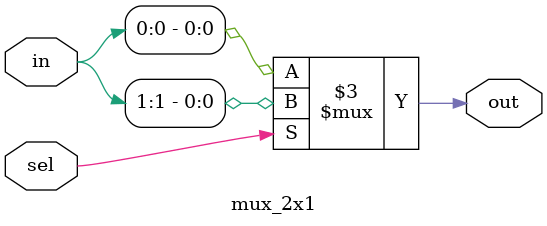
<source format=v>
module mux_2x1(out,in,sel);

output reg out;
input [1:0] in;
input sel;

always @(in,sel)
begin
if (sel)
	out = in[1];
else
	out = in[0];
end
endmodule

</source>
